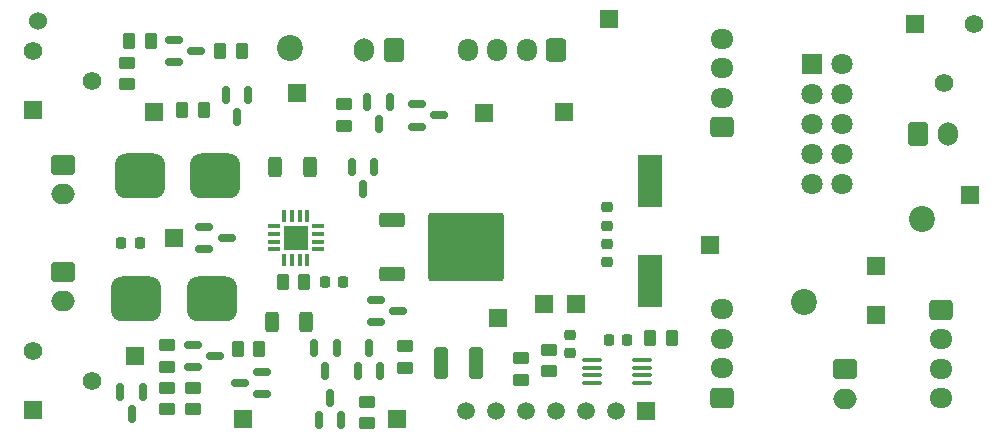
<source format=gbr>
%TF.GenerationSoftware,KiCad,Pcbnew,8.0.6-8.0.6-0~ubuntu24.04.1*%
%TF.CreationDate,2024-10-25T11:14:03+03:00*%
%TF.ProjectId,pss_v2,7073735f-7632-42e6-9b69-6361645f7063,rev?*%
%TF.SameCoordinates,Original*%
%TF.FileFunction,Soldermask,Top*%
%TF.FilePolarity,Negative*%
%FSLAX46Y46*%
G04 Gerber Fmt 4.6, Leading zero omitted, Abs format (unit mm)*
G04 Created by KiCad (PCBNEW 8.0.6-8.0.6-0~ubuntu24.04.1) date 2024-10-25 11:14:03*
%MOMM*%
%LPD*%
G01*
G04 APERTURE LIST*
G04 Aperture macros list*
%AMRoundRect*
0 Rectangle with rounded corners*
0 $1 Rounding radius*
0 $2 $3 $4 $5 $6 $7 $8 $9 X,Y pos of 4 corners*
0 Add a 4 corners polygon primitive as box body*
4,1,4,$2,$3,$4,$5,$6,$7,$8,$9,$2,$3,0*
0 Add four circle primitives for the rounded corners*
1,1,$1+$1,$2,$3*
1,1,$1+$1,$4,$5*
1,1,$1+$1,$6,$7*
1,1,$1+$1,$8,$9*
0 Add four rect primitives between the rounded corners*
20,1,$1+$1,$2,$3,$4,$5,0*
20,1,$1+$1,$4,$5,$6,$7,0*
20,1,$1+$1,$6,$7,$8,$9,0*
20,1,$1+$1,$8,$9,$2,$3,0*%
G04 Aperture macros list end*
%ADD10RoundRect,0.250000X-0.450000X0.262500X-0.450000X-0.262500X0.450000X-0.262500X0.450000X0.262500X0*%
%ADD11RoundRect,0.250000X0.262500X0.450000X-0.262500X0.450000X-0.262500X-0.450000X0.262500X-0.450000X0*%
%ADD12C,2.200000*%
%ADD13RoundRect,0.150000X-0.587500X-0.150000X0.587500X-0.150000X0.587500X0.150000X-0.587500X0.150000X0*%
%ADD14R,1.500000X1.500000*%
%ADD15RoundRect,0.225000X-0.250000X0.225000X-0.250000X-0.225000X0.250000X-0.225000X0.250000X0.225000X0*%
%ADD16RoundRect,0.150000X-0.150000X0.587500X-0.150000X-0.587500X0.150000X-0.587500X0.150000X0.587500X0*%
%ADD17RoundRect,0.250000X0.450000X-0.262500X0.450000X0.262500X-0.450000X0.262500X-0.450000X-0.262500X0*%
%ADD18RoundRect,0.250000X-0.750000X0.600000X-0.750000X-0.600000X0.750000X-0.600000X0.750000X0.600000X0*%
%ADD19O,2.000000X1.700000*%
%ADD20RoundRect,0.225000X0.225000X0.250000X-0.225000X0.250000X-0.225000X-0.250000X0.225000X-0.250000X0*%
%ADD21R,2.000000X4.500000*%
%ADD22O,1.950000X1.700000*%
%ADD23RoundRect,0.250000X0.725000X-0.600000X0.725000X0.600000X-0.725000X0.600000X-0.725000X-0.600000X0*%
%ADD24C,1.524000*%
%ADD25RoundRect,0.150000X0.587500X0.150000X-0.587500X0.150000X-0.587500X-0.150000X0.587500X-0.150000X0*%
%ADD26R,1.560000X1.560000*%
%ADD27C,1.560000*%
%ADD28RoundRect,0.250000X-0.600000X-0.750000X0.600000X-0.750000X0.600000X0.750000X-0.600000X0.750000X0*%
%ADD29O,1.700000X2.000000*%
%ADD30RoundRect,0.225000X-0.225000X-0.250000X0.225000X-0.250000X0.225000X0.250000X-0.225000X0.250000X0*%
%ADD31RoundRect,0.250000X-0.325000X-1.100000X0.325000X-1.100000X0.325000X1.100000X-0.325000X1.100000X0*%
%ADD32RoundRect,0.250000X-0.725000X0.600000X-0.725000X-0.600000X0.725000X-0.600000X0.725000X0.600000X0*%
%ADD33RoundRect,0.250000X0.312500X0.625000X-0.312500X0.625000X-0.312500X-0.625000X0.312500X-0.625000X0*%
%ADD34RoundRect,0.250000X-0.262500X-0.450000X0.262500X-0.450000X0.262500X0.450000X-0.262500X0.450000X0*%
%ADD35RoundRect,0.952500X-1.167500X-0.952500X1.167500X-0.952500X1.167500X0.952500X-1.167500X0.952500X0*%
%ADD36RoundRect,0.225000X0.250000X-0.225000X0.250000X0.225000X-0.250000X0.225000X-0.250000X-0.225000X0*%
%ADD37RoundRect,0.150000X0.150000X-0.587500X0.150000X0.587500X-0.150000X0.587500X-0.150000X-0.587500X0*%
%ADD38RoundRect,0.087500X0.087500X-0.425000X0.087500X0.425000X-0.087500X0.425000X-0.087500X-0.425000X0*%
%ADD39RoundRect,0.087500X0.425000X-0.087500X0.425000X0.087500X-0.425000X0.087500X-0.425000X-0.087500X0*%
%ADD40R,2.100000X2.100000*%
%ADD41R,1.800000X1.800000*%
%ADD42C,1.800000*%
%ADD43RoundRect,0.250000X0.600000X0.725000X-0.600000X0.725000X-0.600000X-0.725000X0.600000X-0.725000X0*%
%ADD44O,1.700000X1.950000*%
%ADD45RoundRect,0.100000X-0.712500X-0.100000X0.712500X-0.100000X0.712500X0.100000X-0.712500X0.100000X0*%
%ADD46RoundRect,0.250000X0.600000X0.750000X-0.600000X0.750000X-0.600000X-0.750000X0.600000X-0.750000X0*%
%ADD47RoundRect,0.250000X-0.850000X-0.350000X0.850000X-0.350000X0.850000X0.350000X-0.850000X0.350000X0*%
%ADD48RoundRect,0.249997X-2.950003X-2.650003X2.950003X-2.650003X2.950003X2.650003X-2.950003X2.650003X0*%
%ADD49C,1.500000*%
G04 APERTURE END LIST*
D10*
%TO.C,RB3*%
X51100000Y-51787500D03*
X51100000Y-53612500D03*
%TD*%
D11*
%TO.C,RA3*%
X49712500Y-22400000D03*
X47887500Y-22400000D03*
%TD*%
D12*
%TO.C,H2*%
X105000000Y-44500000D03*
%TD*%
D13*
%TO.C,Q6*%
X68762500Y-44350000D03*
X68762500Y-46250000D03*
X70637500Y-45300000D03*
%TD*%
D14*
%TO.C,TP14*%
X88500000Y-20600000D03*
%TD*%
%TO.C,TP8*%
X70600000Y-54400000D03*
%TD*%
D12*
%TO.C,H3*%
X115000000Y-37500000D03*
%TD*%
D14*
%TO.C,TP12*%
X84700000Y-28400000D03*
%TD*%
%TO.C,TP4*%
X79100000Y-45900000D03*
%TD*%
%TO.C,TP9*%
X62100000Y-26800000D03*
%TD*%
D13*
%TO.C,Q4*%
X72217597Y-27776082D03*
X72217597Y-29676082D03*
X74092597Y-28726082D03*
%TD*%
D14*
%TO.C,TP11*%
X97100000Y-39700000D03*
%TD*%
D15*
%TO.C,C5*%
X88300000Y-36525000D03*
X88300000Y-38075000D03*
%TD*%
D14*
%TO.C,TP7*%
X51700000Y-39100000D03*
%TD*%
D16*
%TO.C,Q5*%
X68650000Y-33062500D03*
X66750000Y-33062500D03*
X67700000Y-34937500D03*
%TD*%
D17*
%TO.C,R3*%
X71200000Y-50112500D03*
X71200000Y-48287500D03*
%TD*%
D10*
%TO.C,RA4*%
X47700000Y-24287500D03*
X47700000Y-26112500D03*
%TD*%
D11*
%TO.C,R9*%
X93812500Y-47600000D03*
X91987500Y-47600000D03*
%TD*%
D18*
%TO.C,J4*%
X42325000Y-41950000D03*
D19*
X42325000Y-44450000D03*
%TD*%
D16*
%TO.C,Q3*%
X69950000Y-27600000D03*
X68050000Y-27600000D03*
X69000000Y-29475000D03*
%TD*%
D20*
%TO.C,C12*%
X48775000Y-39500000D03*
X47225000Y-39500000D03*
%TD*%
D14*
%TO.C,TP16*%
X111100000Y-45600000D03*
%TD*%
%TO.C,TP6*%
X48400000Y-49100000D03*
%TD*%
%TO.C,TP10*%
X57500000Y-54400000D03*
%TD*%
%TO.C,TP2*%
X85700000Y-44700000D03*
%TD*%
%TO.C,TP17*%
X77900000Y-28500000D03*
%TD*%
D11*
%TO.C,R15*%
X62700000Y-42800000D03*
X60875000Y-42800000D03*
%TD*%
D10*
%TO.C,R4*%
X66050000Y-27787500D03*
X66050000Y-29612500D03*
%TD*%
D13*
%TO.C,D3*%
X53262500Y-48150000D03*
X53262500Y-50050000D03*
X55137500Y-49100000D03*
%TD*%
D21*
%TO.C,X1*%
X92000000Y-34250000D03*
X92000000Y-42750000D03*
%TD*%
D18*
%TO.C,J6*%
X108500000Y-50200000D03*
D19*
X108500000Y-52700000D03*
%TD*%
D17*
%TO.C,RB4*%
X53300000Y-53612500D03*
X53300000Y-51787500D03*
%TD*%
%TO.C,R8*%
X68000000Y-54812500D03*
X68000000Y-52987500D03*
%TD*%
D22*
%TO.C,J8*%
X98075000Y-45150000D03*
X98075000Y-47650000D03*
X98075000Y-50150000D03*
D23*
X98075000Y-52650000D03*
%TD*%
D16*
%TO.C,Q8*%
X49050000Y-52162500D03*
X47150000Y-52162500D03*
X48100000Y-54037500D03*
%TD*%
D24*
%TO.C,TP1*%
X40200000Y-20700000D03*
%TD*%
D25*
%TO.C,Q10*%
X59137500Y-52350000D03*
X59137500Y-50450000D03*
X57262500Y-51400000D03*
%TD*%
D14*
%TO.C,TP15*%
X111100000Y-41500000D03*
%TD*%
D15*
%TO.C,C6*%
X85200000Y-47325000D03*
X85200000Y-48875000D03*
%TD*%
D13*
%TO.C,D4*%
X54262500Y-38150000D03*
X54262500Y-40050000D03*
X56137500Y-39100000D03*
%TD*%
D10*
%TO.C,RB2*%
X51100000Y-48187500D03*
X51100000Y-50012500D03*
%TD*%
D26*
%TO.C,RAV1*%
X39760000Y-28300000D03*
D27*
X44760000Y-25800000D03*
X39760000Y-23300000D03*
%TD*%
D18*
%TO.C,J3*%
X42325000Y-32900000D03*
D19*
X42325000Y-35400000D03*
%TD*%
D28*
%TO.C,J9*%
X114700000Y-30275000D03*
D29*
X117200000Y-30275000D03*
%TD*%
D16*
%TO.C,Q2*%
X65450000Y-48462500D03*
X63550000Y-48462500D03*
X64500000Y-50337500D03*
%TD*%
D30*
%TO.C,C11*%
X88512500Y-47725000D03*
X90062500Y-47725000D03*
%TD*%
D10*
%TO.C,R2*%
X83400000Y-48587500D03*
X83400000Y-50412500D03*
%TD*%
D31*
%TO.C,C20*%
X74325000Y-49700000D03*
X77275000Y-49700000D03*
%TD*%
D10*
%TO.C,R1*%
X81100000Y-49287500D03*
X81100000Y-51112500D03*
%TD*%
D20*
%TO.C,C24*%
X65975000Y-42800000D03*
X64425000Y-42800000D03*
%TD*%
D32*
%TO.C,J12*%
X116625000Y-45190000D03*
D22*
X116625000Y-47690000D03*
X116625000Y-50190000D03*
X116625000Y-52690000D03*
%TD*%
D26*
%TO.C,RBV1*%
X39760000Y-53700000D03*
D27*
X44760000Y-51200000D03*
X39760000Y-48700000D03*
%TD*%
D33*
%TO.C,R6*%
X62862500Y-46200000D03*
X59937500Y-46200000D03*
%TD*%
D34*
%TO.C,RA1*%
X52375000Y-28300000D03*
X54200000Y-28300000D03*
%TD*%
D23*
%TO.C,J7*%
X98075000Y-29750000D03*
D22*
X98075000Y-27250000D03*
X98075000Y-24750000D03*
X98075000Y-22250000D03*
%TD*%
D35*
%TO.C,F1*%
X48775000Y-33900000D03*
X55185000Y-33900000D03*
%TD*%
D36*
%TO.C,C4*%
X88300000Y-41175000D03*
X88300000Y-39625000D03*
%TD*%
D37*
%TO.C,Q1*%
X67250000Y-50337500D03*
X69150000Y-50337500D03*
X68200000Y-48462500D03*
%TD*%
D14*
%TO.C,TP13*%
X119100000Y-35500000D03*
%TD*%
D35*
%TO.C,F2*%
X48475000Y-44300000D03*
X54885000Y-44300000D03*
%TD*%
D38*
%TO.C,U9*%
X61025000Y-40962500D03*
X61675000Y-40962500D03*
X62325000Y-40962500D03*
X62975000Y-40962500D03*
D39*
X63862500Y-40075000D03*
X63862500Y-39425000D03*
X63862500Y-38775000D03*
X63862500Y-38125000D03*
D38*
X62975000Y-37237500D03*
X62325000Y-37237500D03*
X61675000Y-37237500D03*
X61025000Y-37237500D03*
D39*
X60137500Y-38125000D03*
X60137500Y-38775000D03*
X60137500Y-39425000D03*
X60137500Y-40075000D03*
D40*
X62000000Y-39100000D03*
%TD*%
D41*
%TO.C,J5*%
X105730000Y-24420000D03*
D42*
X108270000Y-24420000D03*
X105730000Y-26960000D03*
X108270000Y-26960000D03*
X105730000Y-29500000D03*
X108270000Y-29500000D03*
X105730000Y-32040000D03*
X108270000Y-32040000D03*
X105730000Y-34580000D03*
X108270000Y-34580000D03*
%TD*%
D12*
%TO.C,H1*%
X61500000Y-23000000D03*
%TD*%
D11*
%TO.C,RB1*%
X58912500Y-48500000D03*
X57087500Y-48500000D03*
%TD*%
D14*
%TO.C,TP5*%
X50000000Y-28400000D03*
%TD*%
D43*
%TO.C,J13*%
X84049000Y-23225000D03*
D44*
X81549000Y-23225000D03*
X79049000Y-23225000D03*
X76549000Y-23225000D03*
%TD*%
D45*
%TO.C,U4*%
X87087500Y-49425000D03*
X87087500Y-50075000D03*
X87087500Y-50725000D03*
X87087500Y-51375000D03*
X91312500Y-51375000D03*
X91312500Y-50725000D03*
X91312500Y-50075000D03*
X91312500Y-49425000D03*
%TD*%
D46*
%TO.C,J11*%
X70300000Y-23225000D03*
D29*
X67800000Y-23225000D03*
%TD*%
D16*
%TO.C,D2*%
X57950000Y-26962500D03*
X56050000Y-26962500D03*
X57000000Y-28837500D03*
%TD*%
D47*
%TO.C,D1*%
X70125000Y-37595000D03*
D48*
X76425000Y-39875000D03*
D47*
X70125000Y-42155000D03*
%TD*%
D37*
%TO.C,Q9*%
X63950000Y-54537500D03*
X65850000Y-54537500D03*
X64900000Y-52662500D03*
%TD*%
D33*
%TO.C,R5*%
X63162500Y-33100000D03*
X60237500Y-33100000D03*
%TD*%
D14*
%TO.C,TP3*%
X83000000Y-44700000D03*
%TD*%
D26*
%TO.C,RV1*%
X114400000Y-20960000D03*
D27*
X116900000Y-25960000D03*
X119400000Y-20960000D03*
%TD*%
D11*
%TO.C,RA2*%
X57412500Y-23300000D03*
X55587500Y-23300000D03*
%TD*%
D49*
%TO.C,U2*%
X76380000Y-53717500D03*
X78920000Y-53717500D03*
X81460000Y-53717500D03*
X84000000Y-53717500D03*
X86540000Y-53717500D03*
X89080000Y-53717500D03*
D14*
X91620000Y-53717500D03*
%TD*%
D13*
%TO.C,Q7*%
X51662500Y-22350000D03*
X51662500Y-24250000D03*
X53537500Y-23300000D03*
%TD*%
M02*

</source>
